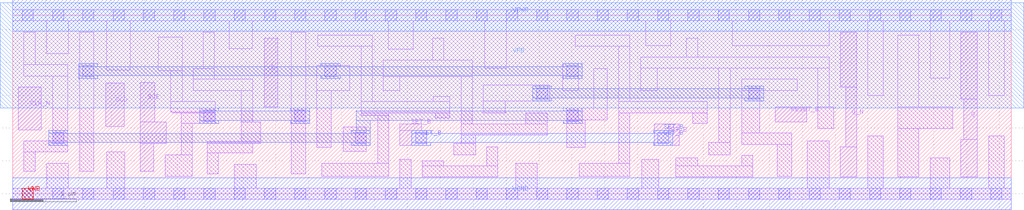
<source format=lef>
# Copyright 2020 The SkyWater PDK Authors
#
# Licensed under the Apache License, Version 2.0 (the "License");
# you may not use this file except in compliance with the License.
# You may obtain a copy of the License at
#
#     https://www.apache.org/licenses/LICENSE-2.0
#
# Unless required by applicable law or agreed to in writing, software
# distributed under the License is distributed on an "AS IS" BASIS,
# WITHOUT WARRANTIES OR CONDITIONS OF ANY KIND, either express or implied.
# See the License for the specific language governing permissions and
# limitations under the License.
#
# SPDX-License-Identifier: Apache-2.0

VERSION 5.7 ;
  NOWIREEXTENSIONATPIN ON ;
  DIVIDERCHAR "/" ;
  BUSBITCHARS "[]" ;
MACRO sky130_fd_sc_hd__sdfbbn_2
  CLASS CORE ;
  FOREIGN sky130_fd_sc_hd__sdfbbn_2 ;
  ORIGIN  0.000000  0.000000 ;
  SIZE  15.18000 BY  2.720000 ;
  SYMMETRY X Y R90 ;
  SITE unithd ;
  PIN D
    ANTENNAGATEAREA  0.126000 ;
    DIRECTION INPUT ;
    USE SIGNAL ;
    PORT
      LAYER li1 ;
        RECT 3.825000 1.325000 4.025000 2.375000 ;
    END
  END D
  PIN Q
    ANTENNADIFFAREA  0.445500 ;
    DIRECTION OUTPUT ;
    USE SIGNAL ;
    PORT
      LAYER li1 ;
        RECT 14.415000 0.255000 14.665000 0.825000 ;
        RECT 14.415000 1.445000 14.665000 2.465000 ;
        RECT 14.460000 0.825000 14.665000 1.445000 ;
    END
  END Q
  PIN Q_N
    ANTENNADIFFAREA  0.445500 ;
    DIRECTION OUTPUT ;
    USE SIGNAL ;
    PORT
      LAYER li1 ;
        RECT 12.580000 0.255000 12.830000 0.715000 ;
        RECT 12.580000 1.630000 12.830000 2.465000 ;
        RECT 12.660000 0.715000 12.830000 1.630000 ;
    END
  END Q_N
  PIN RESET_B
    ANTENNAGATEAREA  0.159000 ;
    DIRECTION INPUT ;
    USE SIGNAL ;
    PORT
      LAYER li1 ;
        RECT 11.590000 1.095000 12.070000 1.325000 ;
    END
  END RESET_B
  PIN SCD
    ANTENNAGATEAREA  0.159000 ;
    DIRECTION INPUT ;
    USE SIGNAL ;
    PORT
      LAYER li1 ;
        RECT 1.415000 1.025000 1.695000 1.685000 ;
    END
  END SCD
  PIN SCE
    ANTENNAGATEAREA  0.252000 ;
    DIRECTION INPUT ;
    USE SIGNAL ;
    PORT
      LAYER li1 ;
        RECT 1.935000 0.345000 2.145000 0.765000 ;
        RECT 1.935000 0.765000 2.335000 1.095000 ;
        RECT 1.935000 1.095000 2.155000 1.695000 ;
    END
  END SCE
  PIN SET_B
    ANTENNAGATEAREA  0.252000 ;
    DIRECTION INPUT ;
    USE SIGNAL ;
    PORT
      LAYER li1 ;
        RECT 5.885000 0.735000 6.295000 0.965000 ;
        RECT 5.885000 0.965000 6.215000 1.065000 ;
      LAYER mcon ;
        RECT 6.125000 0.765000 6.295000 0.935000 ;
    END
    PORT
      LAYER li1 ;
        RECT 9.755000 0.735000 10.130000 1.065000 ;
      LAYER mcon ;
        RECT 9.805000 0.765000 9.975000 0.935000 ;
    END
    PORT
      LAYER met1 ;
        RECT 6.065000 0.735000  6.355000 0.780000 ;
        RECT 6.065000 0.780000 10.035000 0.920000 ;
        RECT 6.065000 0.920000  6.355000 0.965000 ;
        RECT 9.745000 0.735000 10.035000 0.780000 ;
        RECT 9.745000 0.920000 10.035000 0.965000 ;
    END
  END SET_B
  PIN CLK_N
    ANTENNAGATEAREA  0.159000 ;
    DIRECTION INPUT ;
    USE CLOCK ;
    PORT
      LAYER li1 ;
        RECT 0.085000 0.975000 0.435000 1.625000 ;
    END
  END CLK_N
  PIN VGND
    DIRECTION INOUT ;
    SHAPE ABUTMENT ;
    USE GROUND ;
    PORT
      LAYER met1 ;
        RECT 0.000000 -0.240000 15.180000 0.240000 ;
    END
  END VGND
  PIN VNB
    DIRECTION INOUT ;
    USE GROUND ;
    PORT
      LAYER pwell ;
        RECT 0.145000 -0.085000 0.315000 0.085000 ;
    END
  END VNB
  PIN VPB
    DIRECTION INOUT ;
    USE POWER ;
    PORT
      LAYER nwell ;
        RECT -0.190000 1.305000 15.370000 2.910000 ;
    END
  END VPB
  PIN VPWR
    DIRECTION INOUT ;
    SHAPE ABUTMENT ;
    USE POWER ;
    PORT
      LAYER met1 ;
        RECT 0.000000 2.480000 15.180000 2.960000 ;
    END
  END VPWR
  OBS
    LAYER li1 ;
      RECT  0.000000 -0.085000 15.180000 0.085000 ;
      RECT  0.000000  2.635000 15.180000 2.805000 ;
      RECT  0.170000  0.345000  0.345000 0.635000 ;
      RECT  0.170000  0.635000  0.835000 0.805000 ;
      RECT  0.170000  1.795000  0.835000 1.965000 ;
      RECT  0.170000  1.965000  0.345000 2.465000 ;
      RECT  0.515000  0.085000  0.845000 0.465000 ;
      RECT  0.515000  2.135000  0.845000 2.635000 ;
      RECT  0.605000  0.805000  0.835000 1.795000 ;
      RECT  1.015000  0.345000  1.235000 2.465000 ;
      RECT  1.430000  0.085000  1.705000 0.635000 ;
      RECT  1.430000  1.885000  1.785000 2.635000 ;
      RECT  2.215000  1.875000  2.575000 2.385000 ;
      RECT  2.315000  0.265000  2.730000 0.595000 ;
      RECT  2.405000  1.250000  3.075000 1.405000 ;
      RECT  2.405000  1.405000  2.575000 1.875000 ;
      RECT  2.435000  1.235000  3.075000 1.250000 ;
      RECT  2.560000  0.595000  2.730000 1.075000 ;
      RECT  2.560000  1.075000  3.075000 1.235000 ;
      RECT  2.745000  1.575000  3.645000 1.745000 ;
      RECT  2.745000  1.745000  3.065000 1.905000 ;
      RECT  2.895000  1.905000  3.065000 2.465000 ;
      RECT  2.955000  0.305000  3.125000 0.625000 ;
      RECT  2.955000  0.625000  3.645000 0.765000 ;
      RECT  2.955000  0.765000  3.770000 0.795000 ;
      RECT  3.295000  2.215000  3.640000 2.635000 ;
      RECT  3.370000  0.085000  3.700000 0.445000 ;
      RECT  3.475000  0.795000  3.770000 1.095000 ;
      RECT  3.475000  1.095000  3.645000 1.575000 ;
      RECT  4.230000  0.305000  4.455000 2.465000 ;
      RECT  4.625000  0.705000  4.845000 1.575000 ;
      RECT  4.625000  1.575000  5.125000 1.955000 ;
      RECT  4.635000  2.250000  5.465000 2.420000 ;
      RECT  4.700000  0.265000  5.715000 0.465000 ;
      RECT  5.025000  0.645000  5.375000 1.015000 ;
      RECT  5.295000  1.195000  5.715000 1.235000 ;
      RECT  5.295000  1.235000  6.645000 1.405000 ;
      RECT  5.295000  1.405000  5.465000 2.250000 ;
      RECT  5.545000  0.465000  5.715000 1.195000 ;
      RECT  5.635000  1.575000  5.885000 1.785000 ;
      RECT  5.635000  1.785000  6.985000 2.035000 ;
      RECT  5.705000  2.205000  6.085000 2.635000 ;
      RECT  5.885000  0.085000  6.055000 0.525000 ;
      RECT  6.225000  0.255000  7.375000 0.425000 ;
      RECT  6.225000  0.425000  6.555000 0.505000 ;
      RECT  6.385000  2.035000  6.555000 2.375000 ;
      RECT  6.395000  1.405000  6.645000 1.485000 ;
      RECT  6.425000  1.155000  6.645000 1.235000 ;
      RECT  6.705000  0.595000  7.035000 0.765000 ;
      RECT  6.815000  0.765000  7.035000 0.895000 ;
      RECT  6.815000  0.895000  8.125000 1.065000 ;
      RECT  6.815000  1.065000  6.985000 1.785000 ;
      RECT  7.155000  1.235000  7.485000 1.415000 ;
      RECT  7.155000  1.415000  8.160000 1.655000 ;
      RECT  7.175000  1.915000  7.505000 2.635000 ;
      RECT  7.205000  0.425000  7.375000 0.715000 ;
      RECT  7.645000  0.085000  7.975000 0.465000 ;
      RECT  7.795000  1.065000  8.125000 1.235000 ;
      RECT  8.360000  1.575000  8.595000 1.985000 ;
      RECT  8.420000  0.705000  8.705000 1.125000 ;
      RECT  8.420000  1.125000  9.040000 1.305000 ;
      RECT  8.550000  2.250000  9.380000 2.420000 ;
      RECT  8.615000  0.265000  9.380000 0.465000 ;
      RECT  8.835000  1.305000  9.040000 1.905000 ;
      RECT  9.210000  0.465000  9.380000 1.235000 ;
      RECT  9.210000  1.235000 10.560000 1.405000 ;
      RECT  9.210000  1.405000  9.380000 2.250000 ;
      RECT  9.550000  1.575000  9.800000 1.915000 ;
      RECT  9.550000  1.915000 12.410000 2.085000 ;
      RECT  9.560000  0.085000  9.820000 0.525000 ;
      RECT  9.620000  2.255000 10.000000 2.635000 ;
      RECT 10.080000  0.255000 11.250000 0.425000 ;
      RECT 10.080000  0.425000 10.410000 0.545000 ;
      RECT 10.240000  2.085000 10.410000 2.375000 ;
      RECT 10.340000  1.075000 10.560000 1.235000 ;
      RECT 10.580000  0.595000 10.910000 0.780000 ;
      RECT 10.730000  0.780000 10.910000 1.915000 ;
      RECT 10.940000  2.255000 12.410000 2.635000 ;
      RECT 11.080000  0.425000 11.250000 0.585000 ;
      RECT 11.080000  0.755000 11.845000 0.925000 ;
      RECT 11.080000  0.925000 11.355000 1.575000 ;
      RECT 11.080000  1.575000 11.925000 1.745000 ;
      RECT 11.620000  0.265000 11.845000 0.755000 ;
      RECT 12.080000  0.085000 12.410000 0.805000 ;
      RECT 12.240000  0.995000 12.480000 1.325000 ;
      RECT 12.240000  1.325000 12.410000 1.915000 ;
      RECT 13.000000  0.085000 13.235000 0.885000 ;
      RECT 13.000000  1.495000 13.235000 2.635000 ;
      RECT 13.455000  0.255000 13.770000 0.995000 ;
      RECT 13.455000  0.995000 14.290000 1.325000 ;
      RECT 13.455000  1.325000 13.770000 2.415000 ;
      RECT 13.950000  0.085000 14.245000 0.545000 ;
      RECT 13.950000  1.765000 14.245000 2.635000 ;
      RECT 14.835000  0.085000 15.075000 0.885000 ;
      RECT 14.835000  1.495000 15.075000 2.635000 ;
    LAYER mcon ;
      RECT  0.145000 -0.085000  0.315000 0.085000 ;
      RECT  0.145000  2.635000  0.315000 2.805000 ;
      RECT  0.605000 -0.085000  0.775000 0.085000 ;
      RECT  0.605000  0.765000  0.775000 0.935000 ;
      RECT  0.605000  2.635000  0.775000 2.805000 ;
      RECT  1.065000 -0.085000  1.235000 0.085000 ;
      RECT  1.065000  1.785000  1.235000 1.955000 ;
      RECT  1.065000  2.635000  1.235000 2.805000 ;
      RECT  1.525000 -0.085000  1.695000 0.085000 ;
      RECT  1.525000  2.635000  1.695000 2.805000 ;
      RECT  1.985000 -0.085000  2.155000 0.085000 ;
      RECT  1.985000  2.635000  2.155000 2.805000 ;
      RECT  2.445000 -0.085000  2.615000 0.085000 ;
      RECT  2.445000  2.635000  2.615000 2.805000 ;
      RECT  2.905000 -0.085000  3.075000 0.085000 ;
      RECT  2.905000  1.105000  3.075000 1.275000 ;
      RECT  2.905000  2.635000  3.075000 2.805000 ;
      RECT  3.365000 -0.085000  3.535000 0.085000 ;
      RECT  3.365000  2.635000  3.535000 2.805000 ;
      RECT  3.825000 -0.085000  3.995000 0.085000 ;
      RECT  3.825000  2.635000  3.995000 2.805000 ;
      RECT  4.285000 -0.085000  4.455000 0.085000 ;
      RECT  4.285000  1.105000  4.455000 1.275000 ;
      RECT  4.285000  2.635000  4.455000 2.805000 ;
      RECT  4.745000 -0.085000  4.915000 0.085000 ;
      RECT  4.745000  1.785000  4.915000 1.955000 ;
      RECT  4.745000  2.635000  4.915000 2.805000 ;
      RECT  5.205000 -0.085000  5.375000 0.085000 ;
      RECT  5.205000  0.765000  5.375000 0.935000 ;
      RECT  5.205000  2.635000  5.375000 2.805000 ;
      RECT  5.665000 -0.085000  5.835000 0.085000 ;
      RECT  5.665000  2.635000  5.835000 2.805000 ;
      RECT  6.125000 -0.085000  6.295000 0.085000 ;
      RECT  6.125000  2.635000  6.295000 2.805000 ;
      RECT  6.585000 -0.085000  6.755000 0.085000 ;
      RECT  6.585000  2.635000  6.755000 2.805000 ;
      RECT  7.045000 -0.085000  7.215000 0.085000 ;
      RECT  7.045000  2.635000  7.215000 2.805000 ;
      RECT  7.505000 -0.085000  7.675000 0.085000 ;
      RECT  7.505000  2.635000  7.675000 2.805000 ;
      RECT  7.965000 -0.085000  8.135000 0.085000 ;
      RECT  7.965000  1.445000  8.135000 1.615000 ;
      RECT  7.965000  2.635000  8.135000 2.805000 ;
      RECT  8.425000 -0.085000  8.595000 0.085000 ;
      RECT  8.425000  1.105000  8.595000 1.275000 ;
      RECT  8.425000  1.785000  8.595000 1.955000 ;
      RECT  8.425000  2.635000  8.595000 2.805000 ;
      RECT  8.885000 -0.085000  9.055000 0.085000 ;
      RECT  8.885000  2.635000  9.055000 2.805000 ;
      RECT  9.345000 -0.085000  9.515000 0.085000 ;
      RECT  9.345000  2.635000  9.515000 2.805000 ;
      RECT  9.805000 -0.085000  9.975000 0.085000 ;
      RECT  9.805000  2.635000  9.975000 2.805000 ;
      RECT 10.265000 -0.085000 10.435000 0.085000 ;
      RECT 10.265000  2.635000 10.435000 2.805000 ;
      RECT 10.725000 -0.085000 10.895000 0.085000 ;
      RECT 10.725000  2.635000 10.895000 2.805000 ;
      RECT 11.185000 -0.085000 11.355000 0.085000 ;
      RECT 11.185000  1.445000 11.355000 1.615000 ;
      RECT 11.185000  2.635000 11.355000 2.805000 ;
      RECT 11.645000 -0.085000 11.815000 0.085000 ;
      RECT 11.645000  2.635000 11.815000 2.805000 ;
      RECT 12.105000 -0.085000 12.275000 0.085000 ;
      RECT 12.105000  2.635000 12.275000 2.805000 ;
      RECT 12.565000 -0.085000 12.735000 0.085000 ;
      RECT 12.565000  2.635000 12.735000 2.805000 ;
      RECT 13.025000 -0.085000 13.195000 0.085000 ;
      RECT 13.025000  2.635000 13.195000 2.805000 ;
      RECT 13.485000 -0.085000 13.655000 0.085000 ;
      RECT 13.485000  2.635000 13.655000 2.805000 ;
      RECT 13.945000 -0.085000 14.115000 0.085000 ;
      RECT 13.945000  2.635000 14.115000 2.805000 ;
      RECT 14.405000 -0.085000 14.575000 0.085000 ;
      RECT 14.405000  2.635000 14.575000 2.805000 ;
      RECT 14.865000 -0.085000 15.035000 0.085000 ;
      RECT 14.865000  2.635000 15.035000 2.805000 ;
    LAYER met1 ;
      RECT  0.545000 0.735000  0.835000 0.780000 ;
      RECT  0.545000 0.780000  5.435000 0.920000 ;
      RECT  0.545000 0.920000  0.835000 0.965000 ;
      RECT  1.005000 1.755000  1.295000 1.800000 ;
      RECT  1.005000 1.800000  8.655000 1.940000 ;
      RECT  1.005000 1.940000  1.295000 1.985000 ;
      RECT  2.845000 1.075000  3.135000 1.120000 ;
      RECT  2.845000 1.120000  4.515000 1.260000 ;
      RECT  2.845000 1.260000  3.135000 1.305000 ;
      RECT  4.225000 1.075000  4.515000 1.120000 ;
      RECT  4.225000 1.260000  4.515000 1.305000 ;
      RECT  4.685000 1.755000  4.975000 1.800000 ;
      RECT  4.685000 1.940000  4.975000 1.985000 ;
      RECT  5.145000 0.735000  5.435000 0.780000 ;
      RECT  5.145000 0.920000  5.435000 0.965000 ;
      RECT  5.220000 0.965000  5.435000 1.120000 ;
      RECT  5.220000 1.120000  8.655000 1.260000 ;
      RECT  7.905000 1.415000  8.195000 1.460000 ;
      RECT  7.905000 1.460000 11.415000 1.600000 ;
      RECT  7.905000 1.600000  8.195000 1.645000 ;
      RECT  8.365000 1.075000  8.655000 1.120000 ;
      RECT  8.365000 1.260000  8.655000 1.305000 ;
      RECT  8.365000 1.755000  8.655000 1.800000 ;
      RECT  8.365000 1.940000  8.655000 1.985000 ;
      RECT 11.125000 1.415000 11.415000 1.460000 ;
      RECT 11.125000 1.600000 11.415000 1.645000 ;
  END
END sky130_fd_sc_hd__sdfbbn_2
END LIBRARY

</source>
